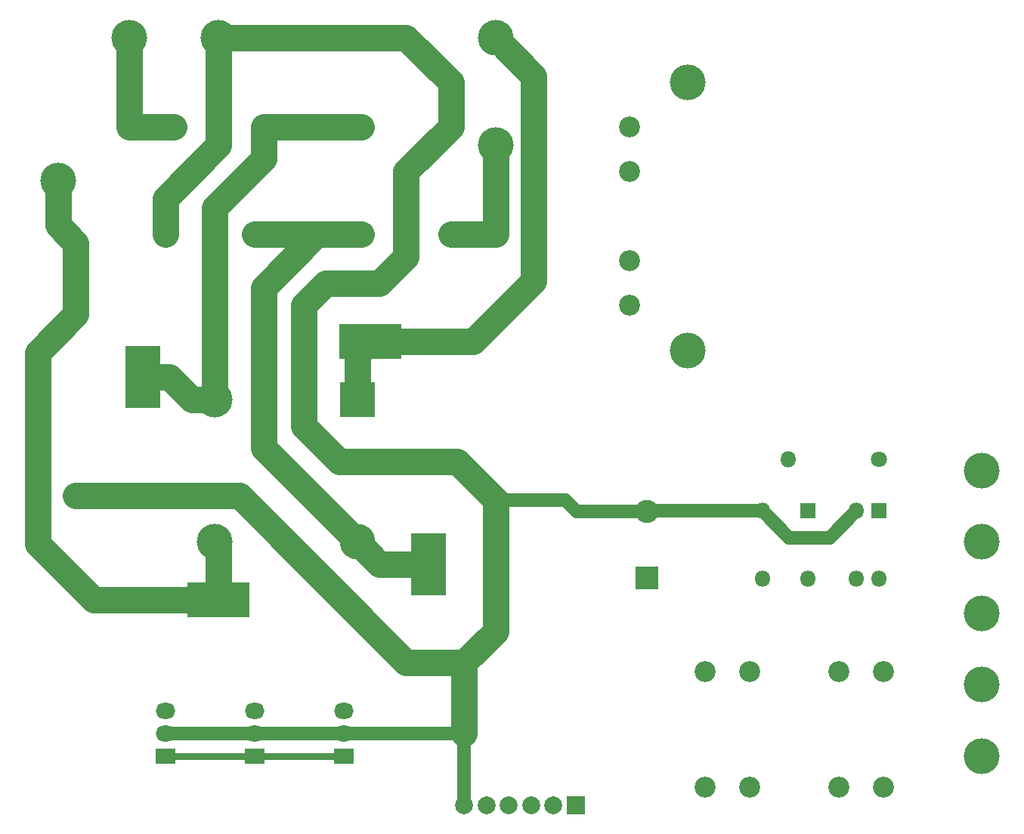
<source format=gbr>
%TF.GenerationSoftware,KiCad,Pcbnew,(5.1.7)-1*%
%TF.CreationDate,2021-11-13T12:13:23+01:00*%
%TF.ProjectId,cr-17xx-psu-board,63722d31-3778-4782-9d70-73752d626f61,rev?*%
%TF.SameCoordinates,Original*%
%TF.FileFunction,Copper,L2,Bot*%
%TF.FilePolarity,Positive*%
%FSLAX46Y46*%
G04 Gerber Fmt 4.6, Leading zero omitted, Abs format (unit mm)*
G04 Created by KiCad (PCBNEW (5.1.7)-1) date 2021-11-13 12:13:23*
%MOMM*%
%LPD*%
G01*
G04 APERTURE LIST*
%TA.AperFunction,ComponentPad*%
%ADD10R,2.600000X2.600000*%
%TD*%
%TA.AperFunction,ComponentPad*%
%ADD11C,2.600000*%
%TD*%
%TA.AperFunction,ComponentPad*%
%ADD12R,4.000000X7.000000*%
%TD*%
%TA.AperFunction,ComponentPad*%
%ADD13R,7.000000X4.000000*%
%TD*%
%TA.AperFunction,ComponentPad*%
%ADD14C,4.000000*%
%TD*%
%TA.AperFunction,ComponentPad*%
%ADD15R,4.000000X4.000000*%
%TD*%
%TA.AperFunction,ComponentPad*%
%ADD16O,1.800000X1.800000*%
%TD*%
%TA.AperFunction,ComponentPad*%
%ADD17R,1.800000X1.800000*%
%TD*%
%TA.AperFunction,ComponentPad*%
%ADD18R,2.200000X1.800000*%
%TD*%
%TA.AperFunction,ComponentPad*%
%ADD19O,2.200000X1.800000*%
%TD*%
%TA.AperFunction,ComponentPad*%
%ADD20C,1.800000*%
%TD*%
%TA.AperFunction,ComponentPad*%
%ADD21C,2.350000*%
%TD*%
%TA.AperFunction,ComponentPad*%
%ADD22C,2.800000*%
%TD*%
%TA.AperFunction,ComponentPad*%
%ADD23O,2.800000X2.800000*%
%TD*%
%TA.AperFunction,ComponentPad*%
%ADD24C,4.000500*%
%TD*%
%TA.AperFunction,ComponentPad*%
%ADD25R,2.000000X2.000000*%
%TD*%
%TA.AperFunction,ComponentPad*%
%ADD26C,2.000000*%
%TD*%
%TA.AperFunction,Conductor*%
%ADD27C,3.000000*%
%TD*%
%TA.AperFunction,Conductor*%
%ADD28C,1.500000*%
%TD*%
%TA.AperFunction,Conductor*%
%ADD29C,0.750000*%
%TD*%
G04 APERTURE END LIST*
D10*
X90000000Y-84560000D03*
D11*
X90000000Y-77060000D03*
D12*
X65500000Y-83000000D03*
D13*
X59000000Y-58000000D03*
D12*
X33500000Y-62000000D03*
D13*
X42000000Y-87000000D03*
D14*
X41500000Y-80500000D03*
X57500000Y-80500000D03*
D15*
X57500000Y-64500000D03*
D14*
X41500000Y-64500000D03*
D16*
X108000000Y-84620000D03*
X102920000Y-77000000D03*
X102920000Y-84620000D03*
D17*
X108000000Y-77000000D03*
D18*
X56000000Y-104540000D03*
D19*
X56000000Y-102000000D03*
X56000000Y-99460000D03*
D17*
X116000000Y-77000000D03*
D16*
X113460000Y-84620000D03*
X113460000Y-77000000D03*
X116000000Y-84620000D03*
D20*
X116000000Y-71250000D03*
D16*
X105840000Y-71250000D03*
D18*
X46000000Y-104540000D03*
D19*
X46000000Y-102000000D03*
X46000000Y-99460000D03*
D18*
X36000000Y-104540000D03*
D19*
X36000000Y-102000000D03*
X36000000Y-99460000D03*
D21*
X68000000Y-46000000D03*
X73000000Y-46000000D03*
X58000000Y-46000000D03*
X53000000Y-46000000D03*
X37000000Y-34000000D03*
X32000000Y-34000000D03*
X47000000Y-34000000D03*
X52000000Y-34000000D03*
D22*
X26000000Y-55000000D03*
D23*
X26000000Y-75320000D03*
D22*
X73000000Y-55500000D03*
D23*
X73000000Y-75820000D03*
D20*
X46000000Y-46000000D03*
X36000000Y-46000000D03*
X58000000Y-34000000D03*
X68000000Y-34000000D03*
D24*
X24000000Y-40000000D03*
X73000000Y-36000000D03*
X32000000Y-24000000D03*
X73000000Y-24000000D03*
D21*
X88000000Y-39000000D03*
X88000000Y-34000000D03*
X88000000Y-49000000D03*
X88000000Y-54000000D03*
D25*
X82000000Y-110000000D03*
D26*
X79500000Y-110000000D03*
X77000000Y-110000000D03*
X74500000Y-110000000D03*
X72000000Y-110000000D03*
X69500000Y-110000000D03*
D21*
X111500000Y-108000000D03*
X116500000Y-108000000D03*
X101500000Y-108000000D03*
X96500000Y-108000000D03*
X111500000Y-95000000D03*
X116500000Y-95000000D03*
X101500000Y-95000000D03*
X96500000Y-95000000D03*
D24*
X42000000Y-24000000D03*
X94500000Y-59000000D03*
X94500000Y-29000000D03*
X127500000Y-104500000D03*
X127500000Y-96500000D03*
X127500000Y-88500000D03*
X127500000Y-80500000D03*
X127500000Y-72500000D03*
D27*
X47000000Y-34000000D02*
X58000000Y-34000000D01*
X36500000Y-62000000D02*
X39000000Y-64500000D01*
X33500000Y-62000000D02*
X36500000Y-62000000D01*
X41500000Y-64500000D02*
X39000000Y-64500000D01*
X47000000Y-37500000D02*
X47000000Y-34000000D01*
X41500000Y-43000000D02*
X47000000Y-37500000D01*
X41500000Y-64500000D02*
X41500000Y-43000000D01*
X47000000Y-52000000D02*
X53000000Y-46000000D01*
X47000000Y-70000000D02*
X47000000Y-52000000D01*
X46000000Y-46000000D02*
X58000000Y-46000000D01*
X60000000Y-83000000D02*
X57500000Y-80500000D01*
X65500000Y-83000000D02*
X60000000Y-83000000D01*
X57500000Y-80500000D02*
X47000000Y-70000000D01*
X32000000Y-24000000D02*
X32000000Y-34000000D01*
X37000000Y-34000000D02*
X32000000Y-34000000D01*
X68000000Y-46000000D02*
X73000000Y-46000000D01*
X73000000Y-36000000D02*
X73000000Y-46000000D01*
D28*
X105920000Y-80000000D02*
X102920000Y-77000000D01*
X110460000Y-80000000D02*
X105920000Y-80000000D01*
X113460000Y-77000000D02*
X110460000Y-80000000D01*
X56000000Y-102000000D02*
X36000000Y-102000000D01*
D27*
X42000000Y-24000000D02*
X63000000Y-24000000D01*
X68000000Y-29000000D02*
X68000000Y-34000000D01*
X63000000Y-24000000D02*
X68000000Y-29000000D01*
X63000000Y-48500000D02*
X63000000Y-39000000D01*
X51500000Y-54000000D02*
X54000000Y-51500000D01*
X60000000Y-51500000D02*
X63000000Y-48500000D01*
X51500000Y-67500000D02*
X51500000Y-54000000D01*
X54000000Y-51500000D02*
X60000000Y-51500000D01*
X55500000Y-71500000D02*
X51500000Y-67500000D01*
X63000000Y-39000000D02*
X68000000Y-34000000D01*
X68680000Y-71500000D02*
X55500000Y-71500000D01*
X73000000Y-75820000D02*
X68680000Y-71500000D01*
X42000000Y-24000000D02*
X42000000Y-36000000D01*
X36000000Y-42000000D02*
X42000000Y-36000000D01*
X36000000Y-46000000D02*
X36000000Y-42000000D01*
D28*
X80820000Y-75820000D02*
X73000000Y-75820000D01*
X56000000Y-102000000D02*
X69500000Y-102000000D01*
X69500000Y-102000000D02*
X69500000Y-110000000D01*
D27*
X69500000Y-94000000D02*
X69500000Y-102000000D01*
X73000000Y-90500000D02*
X69500000Y-94000000D01*
X73000000Y-75820000D02*
X73000000Y-90500000D01*
X44320000Y-75320000D02*
X26000000Y-75320000D01*
X63000000Y-94000000D02*
X44320000Y-75320000D01*
X69500000Y-94000000D02*
X63000000Y-94000000D01*
D28*
X90060000Y-77000000D02*
X90000000Y-77060000D01*
X102920000Y-77000000D02*
X90060000Y-77000000D01*
X82060000Y-77060000D02*
X80820000Y-75820000D01*
X90000000Y-77060000D02*
X82060000Y-77060000D01*
D27*
X73000000Y-24000000D02*
X77274990Y-28274990D01*
X77274990Y-51225010D02*
X73000000Y-55500000D01*
X77274990Y-28274990D02*
X77274990Y-51225010D01*
X70500000Y-58000000D02*
X73000000Y-55500000D01*
X59000000Y-58000000D02*
X70500000Y-58000000D01*
X57500000Y-59500000D02*
X59000000Y-58000000D01*
X57500000Y-64500000D02*
X57500000Y-59500000D01*
X24000000Y-45000000D02*
X26000000Y-47000000D01*
X24000000Y-40000000D02*
X24000000Y-45000000D01*
X26000000Y-55000000D02*
X26000000Y-47000000D01*
X28000000Y-87000000D02*
X42000000Y-87000000D01*
X21725010Y-80725010D02*
X28000000Y-87000000D01*
X21725010Y-59274990D02*
X21725010Y-80725010D01*
X26000000Y-55000000D02*
X21725010Y-59274990D01*
X42000000Y-81000000D02*
X41500000Y-80500000D01*
X42000000Y-87000000D02*
X42000000Y-81000000D01*
D29*
X44688542Y-104540000D02*
X46000000Y-104540000D01*
X36000000Y-104540000D02*
X44688542Y-104540000D01*
X46000000Y-104540000D02*
X56000000Y-104540000D01*
M02*

</source>
